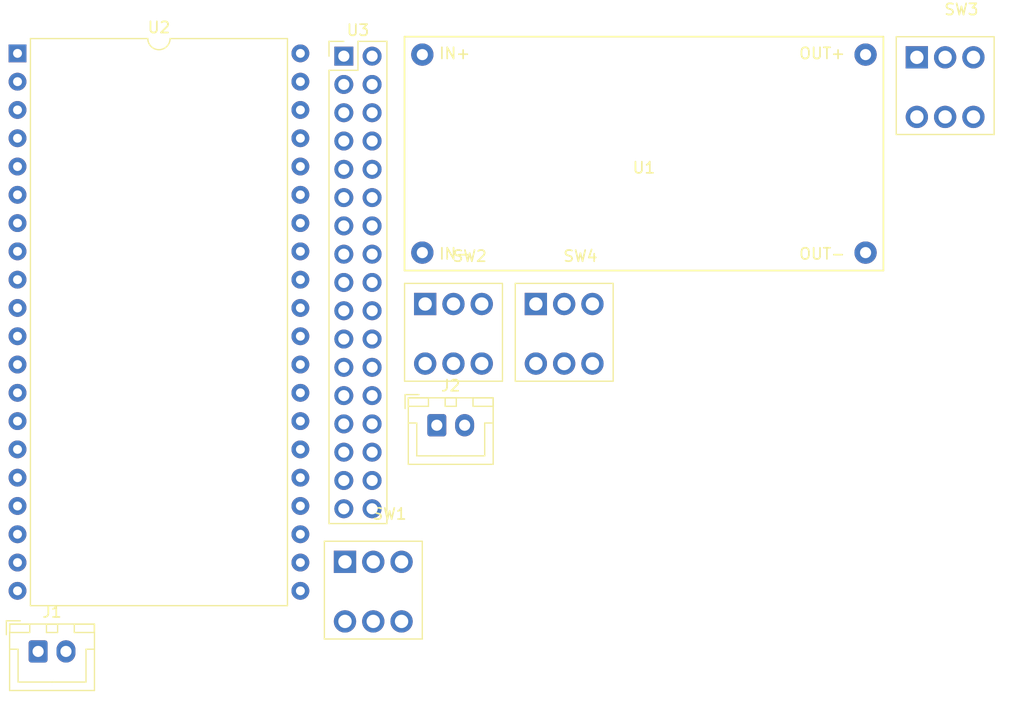
<source format=kicad_pcb>
(kicad_pcb (version 20210606) (generator pcbnew)
  (layers (0 "F.Cu" signal) (31 "B.Cu" signal) (34 "B.Paste" user) (35 "F.Paste" user) (36 "B.SilkS" user "B.Silkscreen") (37 "F.SilkS" user "F.Silkscreen") (38 "B.Mask" user) (39 "F.Mask" user) (44 "Edge.Cuts" user))
  (net 0 "")
  (net 1 "Net-(J1-Pad1)")
  (net 2 "GND")
  (net 3 "Net-(SW1-Pad2)")
  (net 6 "Net-(SW2-Pad2)")
  (net 9 "Net-(SW3-Pad2)")
  (net 12 "Net-(SW4-Pad2)")
  (net 15 "+5V")
  (footprint "hal9k:SW_PUSH_8.5x8.5_DPDT" (layer "F.Cu") (at 148.967 115.145)
    (fp_text reference "SW1" (at 4 -4.3) (layer "F.SilkS"))
    (fp_text value "SW_Push_DPDT")
    (fp_line (start 6.94 6.94) (end 6.94 -1.85) (layer "F.SilkS") (width 0.12))
    (fp_line (start 6.93 6.93) (end -1.85 6.93) (layer "F.SilkS") (width 0.12))
    (fp_line (start -1.85 -1.85) (end -1.85 6.93) (layer "F.SilkS") (width 0.12))
    (fp_line (start -1.85 -1.85) (end 6.93 -1.85) (layer "F.SilkS") (width 0.12))
    (pad "1" thru_hole rect locked (at 0 0) (size 2 2) (drill 1.2) (layers *.Cu *.Mask))
    (pad "2" thru_hole circle locked (at 2.54 0) (size 2 2) (drill 1.2) (layers *.Cu *.Mask) (net 3 "Net-(SW1-Pad2)"))
    (pad "3" thru_hole circle locked (at 5.08 0) (size 2 2) (drill 1.2) (layers *.Cu *.Mask) (net 2 "GND"))
    (pad "4" thru_hole circle locked (at 0 5.35) (size 2 2) (drill 1.2) (layers *.Cu *.Mask))
    (pad "5" thru_hole circle locked (at 2.54 5.35) (size 2 2) (drill 1.2) (layers *.Cu *.Mask) (net 3 "Net-(SW1-Pad2)"))
    (pad "6" thru_hole circle locked (at 5.08 5.35) (size 2 2) (drill 1.2) (layers *.Cu *.Mask) (net 2 "GND"))
  )
  (footprint "hal9k:SW_PUSH_8.5x8.5_DPDT" (layer "F.Cu") (at 156.167 91.995)
    (fp_text reference "SW2" (at 4 -4.3) (layer "F.SilkS"))
    (fp_text value "SW_Push_DPDT")
    (fp_line (start 6.93 6.93) (end -1.85 6.93) (layer "F.SilkS") (width 0.12))
    (fp_line (start -1.85 -1.85) (end 6.93 -1.85) (layer "F.SilkS") (width 0.12))
    (fp_line (start 6.94 6.94) (end 6.94 -1.85) (layer "F.SilkS") (width 0.12))
    (fp_line (start -1.85 -1.85) (end -1.85 6.93) (layer "F.SilkS") (width 0.12))
    (pad "1" thru_hole rect locked (at 0 0) (size 2 2) (drill 1.2) (layers *.Cu *.Mask))
    (pad "2" thru_hole circle locked (at 2.54 0) (size 2 2) (drill 1.2) (layers *.Cu *.Mask) (net 6 "Net-(SW2-Pad2)"))
    (pad "3" thru_hole circle locked (at 5.08 0) (size 2 2) (drill 1.2) (layers *.Cu *.Mask) (net 2 "GND"))
    (pad "4" thru_hole circle locked (at 0 5.35) (size 2 2) (drill 1.2) (layers *.Cu *.Mask))
    (pad "5" thru_hole circle locked (at 2.54 5.35) (size 2 2) (drill 1.2) (layers *.Cu *.Mask) (net 6 "Net-(SW2-Pad2)"))
    (pad "6" thru_hole circle locked (at 5.08 5.35) (size 2 2) (drill 1.2) (layers *.Cu *.Mask) (net 2 "GND"))
  )
  (footprint "Connector_JST:JST_XH_B02B-XH-A_1x02_P2.50mm_Vertical" (layer "F.Cu") (at 121.412 123.19)
    (fp_text reference "J1" (at 1.25 -3.55) (layer "F.SilkS"))
    (fp_text value "Conn_01x02")
    (fp_line (start 4.3 2.75) (end 1.25 2.75) (layer "F.SilkS") (width 0.12))
    (fp_line (start -2.56 3.51) (end 5.06 3.51) (layer "F.SilkS") (width 0.12))
    (fp_line (start -0.75 -2.45) (end -2.55 -2.45) (layer "F.SilkS") (width 0.12))
    (fp_line (start -2.56 -2.46) (end -2.56 3.51) (layer "F.SilkS") (width 0.12))
    (fp_line (start 1.75 -1.7) (end 1.75 -2.45) (layer "F.SilkS") (width 0.12))
    (fp_line (start -0.75 -1.7) (end -0.75 -2.45) (layer "F.SilkS") (width 0.12))
    (fp_line (start -2.55 -0.2) (end -1.8 -0.2) (layer "F.SilkS") (width 0.12))
    (fp_line (start 0.75 -1.7) (end 1.75 -1.7) (layer "F.SilkS") (width 0.12))
    (fp_line (start 5.05 -1.7) (end 5.05 -2.45) (layer "F.SilkS") (width 0.12))
    (fp_line (start -2.85 -2.75) (end -2.85 -1.5) (layer "F.SilkS") (width 0.12))
    (fp_line (start 4.3 -0.2) (end 4.3 2.75) (layer "F.SilkS") (width 0.12))
    (fp_line (start 5.05 -2.45) (end 3.25 -2.45) (layer "F.SilkS") (width 0.12))
    (fp_line (start 0.75 -2.45) (end 0.75 -1.7) (layer "F.SilkS") (width 0.12))
    (fp_line (start 5.06 -2.46) (end -2.56 -2.46) (layer "F.SilkS") (width 0.12))
    (fp_line (start -1.8 2.75) (end 1.25 2.75) (layer "F.SilkS") (width 0.12))
    (fp_line (start 3.25 -2.45) (end 3.25 -1.7) (layer "F.SilkS") (width 0.12))
    (fp_line (start -1.6 -2.75) (end -2.85 -2.75) (layer "F.SilkS") (width 0.12))
    (fp_line (start 3.25 -1.7) (end 5.05 -1.7) (layer "F.SilkS") (width 0.12))
    (fp_line (start -2.55 -2.45) (end -2.55 -1.7) (layer "F.SilkS") (width 0.12))
    (fp_line (start 5.05 -0.2) (end 4.3 -0.2) (layer "F.SilkS") (width 0.12))
    (fp_line (start 5.06 3.51) (end 5.06 -2.46) (layer "F.SilkS") (width 0.12))
    (fp_line (start 1.75 -2.45) (end 0.75 -2.45) (layer "F.SilkS") (width 0.12))
    (fp_line (start -1.8 -0.2) (end -1.8 2.75) (layer "F.SilkS") (width 0.12))
    (fp_line (start -2.55 -1.7) (end -0.75 -1.7) (layer "F.SilkS") (width 0.12))
    (pad "1" thru_hole roundrect locked (at 0 0) (size 1.7 2) (drill 1) (layers *.Cu *.Mask) (roundrect_rratio 0.147059) (net 1 "Net-(J1-Pad1)"))
    (pad "2" thru_hole oval locked (at 2.5 0) (size 1.7 2) (drill 1) (layers *.Cu *.Mask) (net 2 "GND"))
  )
  (footprint "Connector_JST:JST_XH_B02B-XH-A_1x02_P2.50mm_Vertical" (layer "F.Cu") (at 157.212 102.88)
    (fp_text reference "J2" (at 1.25 -3.55) (layer "F.SilkS"))
    (fp_text value "Conn_01x02")
    (fp_line (start 0.75 -1.7) (end 1.75 -1.7) (layer "F.SilkS") (width 0.12))
    (fp_line (start -1.8 2.75) (end 1.25 2.75) (layer "F.SilkS") (width 0.12))
    (fp_line (start -0.75 -2.45) (end -2.55 -2.45) (layer "F.SilkS") (width 0.12))
    (fp_line (start -2.55 -2.45) (end -2.55 -1.7) (layer "F.SilkS") (width 0.12))
    (fp_line (start 5.05 -2.45) (end 3.25 -2.45) (layer "F.SilkS") (width 0.12))
    (fp_line (start 1.75 -2.45) (end 0.75 -2.45) (layer "F.SilkS") (width 0.12))
    (fp_line (start 3.25 -1.7) (end 5.05 -1.7) (layer "F.SilkS") (width 0.12))
    (fp_line (start 0.75 -2.45) (end 0.75 -1.7) (layer "F.SilkS") (width 0.12))
    (fp_line (start -2.85 -2.75) (end -2.85 -1.5) (layer "F.SilkS") (width 0.12))
    (fp_line (start -2.56 3.51) (end 5.06 3.51) (layer "F.SilkS") (width 0.12))
    (fp_line (start 5.05 -0.2) (end 4.3 -0.2) (layer "F.SilkS") (width 0.12))
    (fp_line (start -0.75 -1.7) (end -0.75 -2.45) (layer "F.SilkS") (width 0.12))
    (fp_line (start 5.06 -2.46) (end -2.56 -2.46) (layer "F.SilkS") (width 0.12))
    (fp_line (start 3.25 -2.45) (end 3.25 -1.7) (layer "F.SilkS") (width 0.12))
    (fp_line (start -1.6 -2.75) (end -2.85 -2.75) (layer "F.SilkS") (width 0.12))
    (fp_line (start 5.06 3.51) (end 5.06 -2.46) (layer "F.SilkS") (width 0.12))
    (fp_line (start 4.3 -0.2) (end 4.3 2.75) (layer "F.SilkS") (width 0.12))
    (fp_line (start -2.56 -2.46) (end -2.56 3.51) (layer "F.SilkS") (width 0.12))
    (fp_line (start 5.05 -1.7) (end 5.05 -2.45) (layer "F.SilkS") (width 0.12))
    (fp_line (start -2.55 -0.2) (end -1.8 -0.2) (layer "F.SilkS") (width 0.12))
    (fp_line (start -1.8 -0.2) (end -1.8 2.75) (layer "F.SilkS") (width 0.12))
    (fp_line (start -2.55 -1.7) (end -0.75 -1.7) (layer "F.SilkS") (width 0.12))
    (fp_line (start 4.3 2.75) (end 1.25 2.75) (layer "F.SilkS") (width 0.12))
    (fp_line (start 1.75 -1.7) (end 1.75 -2.45) (layer "F.SilkS") (width 0.12))
    (pad "1" thru_hole roundrect locked (at 0 0) (size 1.7 2) (drill 1) (layers *.Cu *.Mask) (roundrect_rratio 0.147059) (net 1 "Net-(J1-Pad1)"))
    (pad "2" thru_hole oval locked (at 2.5 0) (size 1.7 2) (drill 1) (layers *.Cu *.Mask) (net 2 "GND"))
  )
  (footprint "Connector_PinHeader_2.54mm:PinHeader_2x17_P2.54mm_Vertical" (layer "F.Cu") (at 148.862 69.74)
    (fp_text reference "U3" (at 1.27 -2.33) (layer "F.SilkS"))
    (fp_text value "MRB3205")
    (fp_line (start 1.27 -1.33) (end 3.87 -1.33) (layer "F.SilkS") (width 0.12))
    (fp_line (start 3.87 -1.33) (end 3.87 41.97) (layer "F.SilkS") (width 0.12))
    (fp_line (start -1.33 -1.33) (end 0 -1.33) (layer "F.SilkS") (width 0.12))
    (fp_line (start -1.33 1.27) (end 1.27 1.27) (layer "F.SilkS") (width 0.12))
    (fp_line (start -1.33 0) (end -1.33 -1.33) (layer "F.SilkS") (width 0.12))
    (fp_line (start -1.33 41.97) (end 3.87 41.97) (layer "F.SilkS") (width 0.12))
    (fp_line (start -1.33 1.27) (end -1.33 41.97) (layer "F.SilkS") (width 0.12))
    (fp_line (start 1.27 1.27) (end 1.27 -1.33) (layer "F.SilkS") (width 0.12))
    (pad "1" thru_hole rect locked (at 0 0) (size 1.7 1.7) (drill 1) (layers *.Cu *.Mask))
    (pad "2" thru_hole oval locked (at 2.54 0) (size 1.7 1.7) (drill 1) (layers *.Cu *.Mask))
    (pad "3" thru_hole oval locked (at 0 2.54) (size 1.7 1.7) (drill 1) (layers *.Cu *.Mask))
    (pad "4" thru_hole oval locked (at 2.54 2.54) (size 1.7 1.7) (drill 1) (layers *.Cu *.Mask))
    (pad "5" thru_hole oval locked (at 0 5.08) (size 1.7 1.7) (drill 1) (layers *.Cu *.Mask))
    (pad "6" thru_hole oval locked (at 2.54 5.08) (size 1.7 1.7) (drill 1) (layers *.Cu *.Mask))
    (pad "7" thru_hole oval locked (at 0 7.62) (size 1.7 1.7) (drill 1) (layers *.Cu *.Mask))
    (pad "8" thru_hole oval locked (at 2.54 7.62) (size 1.7 1.7) (drill 1) (layers *.Cu *.Mask))
    (pad "9" thru_hole oval locked (at 0 10.16) (size 1.7 1.7) (drill 1) (layers *.Cu *.Mask))
    (pad "10" thru_hole oval locked (at 2.54 10.16) (size 1.7 1.7) (drill 1) (layers *.Cu *.Mask))
    (pad "11" thru_hole oval locked (at 0 12.7) (size 1.7 1.7) (drill 1) (layers *.Cu *.Mask))
    (pad "12" thru_hole oval locked (at 2.54 12.7) (size 1.7 1.7) (drill 1) (layers *.Cu *.Mask))
    (pad "13" thru_hole oval locked (at 0 15.24) (size 1.7 1.7) (drill 1) (layers *.Cu *.Mask))
    (pad "14" thru_hole oval locked (at 2.54 15.24) (size 1.7 1.7) (drill 1) (layers *.Cu *.Mask))
    (pad "15" thru_hole oval locked (at 0 17.78) (size 1.7 1.7) (drill 1) (layers *.Cu *.Mask))
    (pad "16" thru_hole oval locked (at 2.54 17.78) (size 1.7 1.7) (drill 1) (layers *.Cu *.Mask))
    (pad "17" thru_hole oval locked (at 0 20.32) (size 1.7 1.7) (drill 1) (layers *.Cu *.Mask))
    (pad "18" thru_hole oval locked (at 2.54 20.32) (size 1.7 1.7) (drill 1) (layers *.Cu *.Mask))
    (pad "19" thru_hole oval locked (at 0 22.86) (size 1.7 1.7) (drill 1) (layers *.Cu *.Mask))
    (pad "20" thru_hole oval locked (at 2.54 22.86) (size 1.7 1.7) (drill 1) (layers *.Cu *.Mask))
    (pad "21" thru_hole oval locked (at 0 25.4) (size 1.7 1.7) (drill 1) (layers *.Cu *.Mask))
    (pad "22" thru_hole oval locked (at 2.54 25.4) (size 1.7 1.7) (drill 1) (layers *.Cu *.Mask))
    (pad "23" thru_hole oval locked (at 0 27.94) (size 1.7 1.7) (drill 1) (layers *.Cu *.Mask))
    (pad "24" thru_hole oval locked (at 2.54 27.94) (size 1.7 1.7) (drill 1) (layers *.Cu *.Mask))
    (pad "25" thru_hole oval locked (at 0 30.48) (size 1.7 1.7) (drill 1) (layers *.Cu *.Mask))
    (pad "26" thru_hole oval locked (at 2.54 30.48) (size 1.7 1.7) (drill 1) (layers *.Cu *.Mask))
    (pad "27" thru_hole oval locked (at 0 33.02) (size 1.7 1.7) (drill 1) (layers *.Cu *.Mask))
    (pad "28" thru_hole oval locked (at 2.54 33.02) (size 1.7 1.7) (drill 1) (layers *.Cu *.Mask))
    (pad "29" thru_hole oval locked (at 0 35.56) (size 1.7 1.7) (drill 1) (layers *.Cu *.Mask))
    (pad "30" thru_hole oval locked (at 2.54 35.56) (size 1.7 1.7) (drill 1) (layers *.Cu *.Mask))
    (pad "31" thru_hole oval locked (at 0 38.1) (size 1.7 1.7) (drill 1) (layers *.Cu *.Mask))
    (pad "32" thru_hole oval locked (at 2.54 38.1) (size 1.7 1.7) (drill 1) (layers *.Cu *.Mask))
    (pad "33" thru_hole oval locked (at 0 40.64) (size 1.7 1.7) (drill 1) (layers *.Cu *.Mask))
    (pad "34" thru_hole oval locked (at 2.54 40.64) (size 1.7 1.7) (drill 1) (layers *.Cu *.Mask))
  )
  (footprint "hal9k:SW_PUSH_8.5x8.5_DPDT" (layer "F.Cu") (at 200.317 69.845)
    (fp_text reference "SW3" (at 4 -4.3) (layer "F.SilkS"))
    (fp_text value "SW_Push_DPDT")
    (fp_line (start -1.85 -1.85) (end -1.85 6.93) (layer "F.SilkS") (width 0.12))
    (fp_line (start 6.93 6.93) (end -1.85 6.93) (layer "F.SilkS") (width 0.12))
    (fp_line (start -1.85 -1.85) (end 6.93 -1.85) (layer "F.SilkS") (width 0.12))
    (fp_line (start 6.94 6.94) (end 6.94 -1.85) (layer "F.SilkS") (width 0.12))
    (pad "1" thru_hole rect locked (at 0 0) (size 2 2) (drill 1.2) (layers *.Cu *.Mask))
    (pad "2" thru_hole circle locked (at 2.54 0) (size 2 2) (drill 1.2) (layers *.Cu *.Mask) (net 9 "Net-(SW3-Pad2)"))
    (pad "3" thru_hole circle locked (at 5.08 0) (size 2 2) (drill 1.2) (layers *.Cu *.Mask) (net 2 "GND"))
    (pad "4" thru_hole circle locked (at 0 5.35) (size 2 2) (drill 1.2) (layers *.Cu *.Mask))
    (pad "5" thru_hole circle locked (at 2.54 5.35) (size 2 2) (drill 1.2) (layers *.Cu *.Mask) (net 9 "Net-(SW3-Pad2)"))
    (pad "6" thru_hole circle locked (at 5.08 5.35) (size 2 2) (drill 1.2) (layers *.Cu *.Mask) (net 2 "GND"))
  )
  (footprint "hal9k:buck-converter" (layer "F.Cu") (at 175.812 78.49)
    (fp_text reference "U1" (at 0 1.27) (layer "F.SilkS"))
    (fp_text value "buck-converter")
    (fp_text user "OUT-" (at 16 9) (layer "F.SilkS"))
    (fp_text user "IN-" (at -17 9) (layer "F.SilkS"))
    (fp_text user "OUT+" (at 16 -9) (layer "F.SilkS"))
    (fp_text user "IN+" (at -17 -9) (layer "F.SilkS"))
    (fp_line (start 21.5 10.5) (end 21.5 -10.5) (layer "F.SilkS") (width 0.15))
    (fp_line (start -21.5 10.5) (end 21.5 10.5) (layer "F.SilkS") (width 0.15))
    (fp_line (start -21.5 -10.5) (end -21.5 10.5) (layer "F.SilkS") (width 0.15))
    (fp_line (start 21.5 -10.5) (end -21.5 -10.5) (layer "F.SilkS") (width 0.15))
    (pad "1" thru_hole circle locked (at -19.9 -8.89) (size 2 2) (drill 1) (layers *.Cu *.Mask) (net 1 "Net-(J1-Pad1)"))
    (pad "2" thru_hole circle locked (at -19.9 8.89) (size 2 2) (drill 1) (layers *.Cu *.Mask) (net 2 "GND"))
    (pad "3" thru_hole circle locked (at 19.9 -8.89) (size 2 2) (drill 1) (layers *.Cu *.Mask) (net 15 "+5V"))
    (pad "4" thru_hole circle locked (at 19.9 8.89) (size 2 2) (drill 1) (layers *.Cu *.Mask) (net 2 "GND"))
  )
  (footprint "hal9k:SW_PUSH_8.5x8.5_DPDT" (layer "F.Cu") (at 166.107 91.995)
    (fp_text reference "SW4" (at 4 -4.3) (layer "F.SilkS"))
    (fp_text value "SW_Push_DPDT")
    (fp_line (start -1.85 -1.85) (end -1.85 6.93) (layer "F.SilkS") (width 0.12))
    (fp_line (start -1.85 -1.85) (end 6.93 -1.85) (layer "F.SilkS") (width 0.12))
    (fp_line (start 6.94 6.94) (end 6.94 -1.85) (layer "F.SilkS") (width 0.12))
    (fp_line (start 6.93 6.93) (end -1.85 6.93) (layer "F.SilkS") (width 0.12))
    (pad "1" thru_hole rect locked (at 0 0) (size 2 2) (drill 1.2) (layers *.Cu *.Mask))
    (pad "2" thru_hole circle locked (at 2.54 0) (size 2 2) (drill 1.2) (layers *.Cu *.Mask) (net 12 "Net-(SW4-Pad2)"))
    (pad "3" thru_hole circle locked (at 5.08 0) (size 2 2) (drill 1.2) (layers *.Cu *.Mask) (net 2 "GND"))
    (pad "4" thru_hole circle locked (at 0 5.35) (size 2 2) (drill 1.2) (layers *.Cu *.Mask))
    (pad "5" thru_hole circle locked (at 2.54 5.35) (size 2 2) (drill 1.2) (layers *.Cu *.Mask) (net 12 "Net-(SW4-Pad2)"))
    (pad "6" thru_hole circle locked (at 5.08 5.35) (size 2 2) (drill 1.2) (layers *.Cu *.Mask) (net 2 "GND"))
  )
  (footprint "Package_DIP:DIP-40_W25.4mm" (layer "F.Cu") (at 119.562 69.49)
    (fp_text reference "U2" (at 12.7 -2.33) (layer "F.SilkS"))
    (fp_text value "ESP32-S2-Lilygo")
    (fp_line (start 1.16 -1.33) (end 1.16 49.59) (layer "F.SilkS") (width 0.12))
    (fp_line (start 1.16 49.59) (end 24.24 49.59) (layer "F.SilkS") (width 0.12))
    (fp_line (start 24.24 49.59) (end 24.24 -1.33) (layer "F.SilkS") (width 0.12))
    (fp_line (start 24.24 -1.33) (end 13.7 -1.33) (layer "F.SilkS") (width 0.12))
    (fp_line (start 11.7 -1.33) (end 1.16 -1.33) (layer "F.SilkS") (width 0.12))
    (fp_arc (start 12.7 -1.33) (end 11.7 -1.33) (angle -180) (layer "F.SilkS") (width 0.12))
    (pad "1" thru_hole rect locked (at 0 0) (size 1.6 1.6) (drill 0.8) (layers *.Cu *.Mask))
    (pad "2" thru_hole oval locked (at 0 2.54) (size 1.6 1.6) (drill 0.8) (layers *.Cu *.Mask))
    (pad "3" thru_hole oval locked (at 0 5.08) (size 1.6 1.6) (drill 0.8) (layers *.Cu *.Mask))
    (pad "4" thru_hole oval locked (at 0 7.62) (size 1.6 1.6) (drill 0.8) (layers *.Cu *.Mask))
    (pad "5" thru_hole oval locked (at 0 10.16) (size 1.6 1.6) (drill 0.8) (layers *.Cu *.Mask))
    (pad "6" thru_hole oval locked (at 0 12.7) (size 1.6 1.6) (drill 0.8) (layers *.Cu *.Mask))
    (pad "7" thru_hole oval locked (at 0 15.24) (size 1.6 1.6) (drill 0.8) (layers *.Cu *.Mask))
    (pad "8" thru_hole oval locked (at 0 17.78) (size 1.6 1.6) (drill 0.8) (layers *.Cu *.Mask))
    (pad "9" thru_hole oval locked (at 0 20.32) (size 1.6 1.6) (drill 0.8) (layers *.Cu *.Mask))
    (pad "10" thru_hole oval locked (at 0 22.86) (size 1.6 1.6) (drill 0.8) (layers *.Cu *.Mask))
    (pad "11" thru_hole oval locked (at 0 25.4) (size 1.6 1.6) (drill 0.8) (layers *.Cu *.Mask))
    (pad "12" thru_hole oval locked (at 0 27.94) (size 1.6 1.6) (drill 0.8) (layers *.Cu *.Mask))
    (pad "13" thru_hole oval locked (at 0 30.48) (size 1.6 1.6) (drill 0.8) (layers *.Cu *.Mask))
    (pad "14" thru_hole oval locked (at 0 33.02) (size 1.6 1.6) (drill 0.8) (layers *.Cu *.Mask))
    (pad "15" thru_hole oval locked (at 0 35.56) (size 1.6 1.6) (drill 0.8) (layers *.Cu *.Mask))
    (pad "16" thru_hole oval locked (at 0 38.1) (size 1.6 1.6) (drill 0.8) (layers *.Cu *.Mask))
    (pad "17" thru_hole oval locked (at 0 40.64) (size 1.6 1.6) (drill 0.8) (layers *.Cu *.Mask))
    (pad "18" thru_hole oval locked (at 0 43.18) (size 1.6 1.6) (drill 0.8) (layers *.Cu *.Mask))
    (pad "19" thru_hole oval locked (at 0 45.72) (size 1.6 1.6) (drill 0.8) (layers *.Cu *.Mask))
    (pad "20" thru_hole oval locked (at 0 48.26) (size 1.6 1.6) (drill 0.8) (layers *.Cu *.Mask) (net 15 "+5V"))
    (pad "21" thru_hole oval locked (at 25.4 48.26) (size 1.6 1.6) (drill 0.8) (layers *.Cu *.Mask))
    (pad "22" thru_hole oval locked (at 25.4 45.72) (size 1.6 1.6) (drill 0.8) (layers *.Cu *.Mask))
    (pad "23" thru_hole oval locked (at 25.4 43.18) (size 1.6 1.6) (drill 0.8) (layers *.Cu *.Mask))
    (pad "24" thru_hole oval locked (at 25.4 40.64) (size 1.6 1.6) (drill 0.8) (layers *.Cu *.Mask))
    (pad "25" thru_hole oval locked (at 25.4 38.1) (size 1.6 1.6) (drill 0.8) (layers *.Cu *.Mask))
    (pad "26" thru_hole oval locked (at 25.4 35.56) (size 1.6 1.6) (drill 0.8) (layers *.Cu *.Mask))
    (pad "27" thru_hole oval locked (at 25.4 33.02) (size 1.6 1.6) (drill 0.8) (layers *.Cu *.Mask))
    (pad "28" thru_hole oval locked (at 25.4 30.48) (size 1.6 1.6) (drill 0.8) (layers *.Cu *.Mask))
    (pad "29" thru_hole oval locked (at 25.4 27.94) (size 1.6 1.6) (drill 0.8) (layers *.Cu *.Mask))
    (pad "30" thru_hole oval locked (at 25.4 25.4) (size 1.6 1.6) (drill 0.8) (layers *.Cu *.Mask))
    (pad "31" thru_hole oval locked (at 25.4 22.86) (size 1.6 1.6) (drill 0.8) (layers *.Cu *.Mask))
    (pad "32" thru_hole oval locked (at 25.4 20.32) (size 1.6 1.6) (drill 0.8) (layers *.Cu *.Mask))
    (pad "33" thru_hole oval locked (at 25.4 17.78) (size 1.6 1.6) (drill 0.8) (layers *.Cu *.Mask))
    (pad "34" thru_hole oval locked (at 25.4 15.24) (size 1.6 1.6) (drill 0.8) (layers *.Cu *.Mask))
    (pad "35" thru_hole oval locked (at 25.4 12.7) (size 1.6 1.6) (drill 0.8) (layers *.Cu *.Mask))
    (pad "36" thru_hole oval locked (at 25.4 10.16) (size 1.6 1.6) (drill 0.8) (layers *.Cu *.Mask))
    (pad "37" thru_hole oval locked (at 25.4 7.62) (size 1.6 1.6) (drill 0.8) (layers *.Cu *.Mask))
    (pad "38" thru_hole oval locked (at 25.4 5.08) (size 1.6 1.6) (drill 0.8) (layers *.Cu *.Mask))
    (pad "39" thru_hole oval locked (at 25.4 2.54) (size 1.6 1.6) (drill 0.8) (layers *.Cu *.Mask))
    (pad "40" thru_hole oval locked (at 25.4 0) (size 1.6 1.6) (drill 0.8) (layers *.Cu *.Mask))
  )
)
</source>
